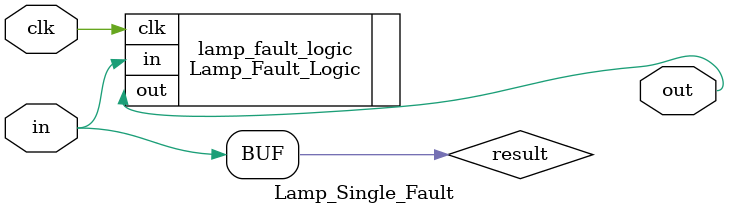
<source format=v>
module Lamp_Single_Fault (
    input wire clk,          
    input wire in, 
    output wire out  
);
    
    wire result = in;

    Lamp_Fault_Logic lamp_fault_logic (
        .clk(clk),
        .in(result),
        .out(out)
    );

endmodule
</source>
